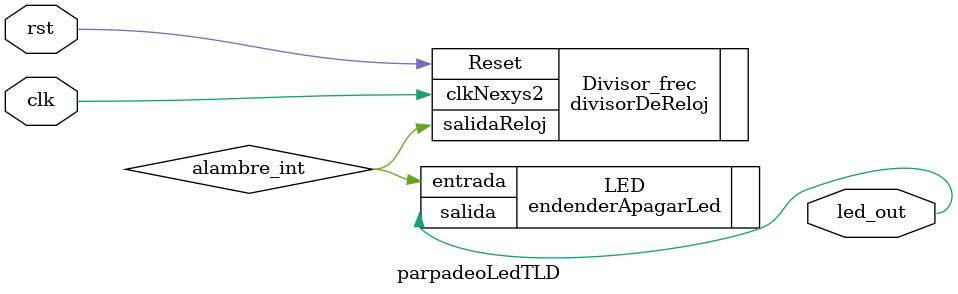
<source format=v>
module parpadeoLedTLD(
	 //Declaramos como entradas y salidas solo los pines que salgan del diagrama de bloques global en mi TLD, esto 
	 //se ve en el documento 8.1.-Senal de reloj CLK en Verilog o VHDL.
    input clk,
    input rst,
    output led_out
    );

	//wire: No es ni una entrada ni una salida porque no puede estar vinculada a ningun puerto de la NEXYS 2, solo 
	//existe durante la ejecucion del codigo y sirve para poder usar algun valor internamente sin tener que estarlo 
	//actualizando como los datos tipo reg.
	wire alambre_int;

	//INSTANCIAS:
	//Debo darle un nombre a cada instancia que cree, indicar el nombre del modulo que quiero instanciar y dentro de 
	//un parentesis asignarle a todas las entradas y salidas del modulo instanciado una entrada, salida o wire de este 
	//modulo separadas por comas una de la otra, esto hara que lo que entre o salga del otro modulo, entre, salga o se 
	//guarde en este. La sintaxis que debemos usar es la siguiente:
	
	//Nombre_Del_Modulo_Que_Queremos_Instanciar		NombreInstancia  		(
	//		.Nombre_De_La_Entrada_Del_Modulo_Instanciado(Entrada_En_Este_Modulo),
	//		.Nombre_De_La_Salida_Del_Modulo_Instanciado(Salida_En_Este_Modulo),
	
	//		.Nombre_De_La_Entrada_Del_Modulo_Instanciado(Salida_En_Este_Modulo),
	//		.Nombre_De_La_Salida_Del_Modulo_Instanciado(Entrada_En_Este_Modulo),
	
	//		.Nombre_De_La_Entrada_Del_Modulo_Instanciado(Signal_En_Este_Modulo),
	//		.Nombre_De_La_Salida_Del_Modulo_Instanciado(Signal_En_Este_Modulo)
	//);
	
	//INSTANCIA DEL MODULO divisorDeReloj
	divisorDeReloj Divisor_frec(
			.clkNexys2(clk),
			.Reset(rst),
			.salidaReloj(alambre_int)
		);
	
	//INSTANCIA DEL MODULO encenderApagarLed
	endenderApagarLed LED(
			.entrada(alambre_int),
			.salida(led_out)
		);
endmodule

</source>
